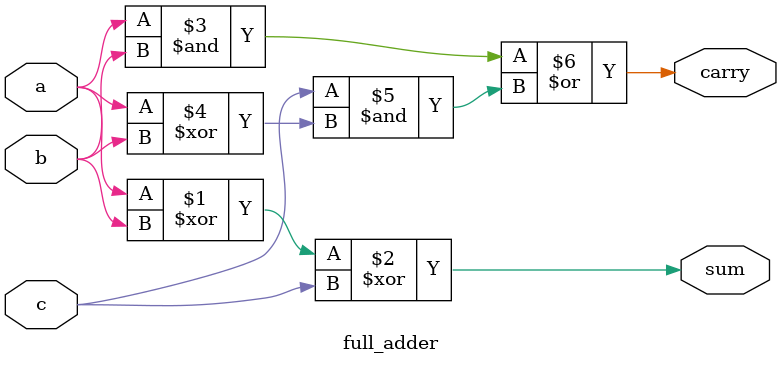
<source format=sv>
module full_adder(
    input logic a,
    input logic b,
    input logic c,
    output logic sum,
    output logic carry
 );
    assign sum = (a ^ b) ^ c;
    assign carry = (a & b) | (c & (a ^ b));
 endmodule

</source>
